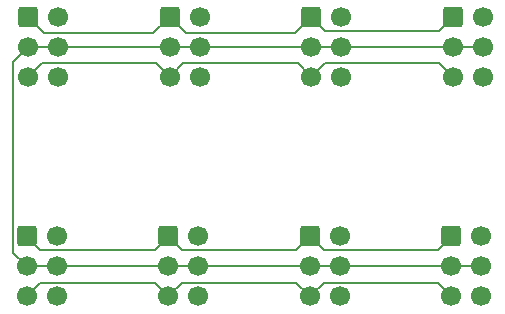
<source format=gbr>
%TF.GenerationSoftware,KiCad,Pcbnew,9.0.5*%
%TF.CreationDate,2025-12-27T20:09:45+11:00*%
%TF.ProjectId,power-expander,706f7765-722d-4657-9870-616e6465722e,rev?*%
%TF.SameCoordinates,Original*%
%TF.FileFunction,Copper,L2,Bot*%
%TF.FilePolarity,Positive*%
%FSLAX46Y46*%
G04 Gerber Fmt 4.6, Leading zero omitted, Abs format (unit mm)*
G04 Created by KiCad (PCBNEW 9.0.5) date 2025-12-27 20:09:45*
%MOMM*%
%LPD*%
G01*
G04 APERTURE LIST*
G04 Aperture macros list*
%AMRoundRect*
0 Rectangle with rounded corners*
0 $1 Rounding radius*
0 $2 $3 $4 $5 $6 $7 $8 $9 X,Y pos of 4 corners*
0 Add a 4 corners polygon primitive as box body*
4,1,4,$2,$3,$4,$5,$6,$7,$8,$9,$2,$3,0*
0 Add four circle primitives for the rounded corners*
1,1,$1+$1,$2,$3*
1,1,$1+$1,$4,$5*
1,1,$1+$1,$6,$7*
1,1,$1+$1,$8,$9*
0 Add four rect primitives between the rounded corners*
20,1,$1+$1,$2,$3,$4,$5,0*
20,1,$1+$1,$4,$5,$6,$7,0*
20,1,$1+$1,$6,$7,$8,$9,0*
20,1,$1+$1,$8,$9,$2,$3,0*%
G04 Aperture macros list end*
%TA.AperFunction,ComponentPad*%
%ADD10RoundRect,0.250000X-0.600000X-0.600000X0.600000X-0.600000X0.600000X0.600000X-0.600000X0.600000X0*%
%TD*%
%TA.AperFunction,ComponentPad*%
%ADD11C,1.700000*%
%TD*%
%TA.AperFunction,Conductor*%
%ADD12C,0.200000*%
%TD*%
G04 APERTURE END LIST*
D10*
%TO.P,J8,1,Pin_1*%
%TO.N,12V*%
X88415000Y-77000000D03*
D11*
%TO.P,J8,2,Pin_2*%
%TO.N,-12V*%
X90955000Y-77000000D03*
%TO.P,J8,3,Pin_3*%
%TO.N,GND*%
X88415000Y-79540000D03*
%TO.P,J8,4,Pin_4*%
X90955000Y-79540000D03*
%TO.P,J8,5,Pin_5*%
%TO.N,5V*%
X88415000Y-82080000D03*
%TO.P,J8,6,Pin_6*%
%TO.N,unconnected-(J8-Pin_6-Pad6)*%
X90955000Y-82080000D03*
%TD*%
D10*
%TO.P,J7,1,Pin_1*%
%TO.N,12V*%
X76430000Y-77000000D03*
D11*
%TO.P,J7,2,Pin_2*%
%TO.N,-12V*%
X78970000Y-77000000D03*
%TO.P,J7,3,Pin_3*%
%TO.N,GND*%
X76430000Y-79540000D03*
%TO.P,J7,4,Pin_4*%
X78970000Y-79540000D03*
%TO.P,J7,5,Pin_5*%
%TO.N,5V*%
X76430000Y-82080000D03*
%TO.P,J7,6,Pin_6*%
%TO.N,unconnected-(J7-Pin_6-Pad6)*%
X78970000Y-82080000D03*
%TD*%
D10*
%TO.P,J6,1,Pin_1*%
%TO.N,12V*%
X64445000Y-77000000D03*
D11*
%TO.P,J6,2,Pin_2*%
%TO.N,-12V*%
X66985000Y-77000000D03*
%TO.P,J6,3,Pin_3*%
%TO.N,GND*%
X64445000Y-79540000D03*
%TO.P,J6,4,Pin_4*%
X66985000Y-79540000D03*
%TO.P,J6,5,Pin_5*%
%TO.N,5V*%
X64445000Y-82080000D03*
%TO.P,J6,6,Pin_6*%
%TO.N,unconnected-(J6-Pin_6-Pad6)*%
X66985000Y-82080000D03*
%TD*%
D10*
%TO.P,J5,1,Pin_1*%
%TO.N,12V*%
X52460000Y-77000000D03*
D11*
%TO.P,J5,2,Pin_2*%
%TO.N,-12V*%
X55000000Y-77000000D03*
%TO.P,J5,3,Pin_3*%
%TO.N,GND*%
X52460000Y-79540000D03*
%TO.P,J5,4,Pin_4*%
X55000000Y-79540000D03*
%TO.P,J5,5,Pin_5*%
%TO.N,5V*%
X52460000Y-82080000D03*
%TO.P,J5,6,Pin_6*%
%TO.N,unconnected-(J5-Pin_6-Pad6)*%
X55000000Y-82080000D03*
%TD*%
D10*
%TO.P,J4,1,Pin_1*%
%TO.N,12V*%
X88520000Y-58420000D03*
D11*
%TO.P,J4,2,Pin_2*%
%TO.N,-12V*%
X91060000Y-58420000D03*
%TO.P,J4,3,Pin_3*%
%TO.N,GND*%
X88520000Y-60960000D03*
%TO.P,J4,4,Pin_4*%
X91060000Y-60960000D03*
%TO.P,J4,5,Pin_5*%
%TO.N,5V*%
X88520000Y-63500000D03*
%TO.P,J4,6,Pin_6*%
%TO.N,unconnected-(J4-Pin_6-Pad6)*%
X91060000Y-63500000D03*
%TD*%
D10*
%TO.P,J3,1,Pin_1*%
%TO.N,12V*%
X76535000Y-58420000D03*
D11*
%TO.P,J3,2,Pin_2*%
%TO.N,-12V*%
X79075000Y-58420000D03*
%TO.P,J3,3,Pin_3*%
%TO.N,GND*%
X76535000Y-60960000D03*
%TO.P,J3,4,Pin_4*%
X79075000Y-60960000D03*
%TO.P,J3,5,Pin_5*%
%TO.N,5V*%
X76535000Y-63500000D03*
%TO.P,J3,6,Pin_6*%
%TO.N,unconnected-(J3-Pin_6-Pad6)*%
X79075000Y-63500000D03*
%TD*%
D10*
%TO.P,J2,1,Pin_1*%
%TO.N,12V*%
X64550000Y-58420000D03*
D11*
%TO.P,J2,2,Pin_2*%
%TO.N,-12V*%
X67090000Y-58420000D03*
%TO.P,J2,3,Pin_3*%
%TO.N,GND*%
X64550000Y-60960000D03*
%TO.P,J2,4,Pin_4*%
X67090000Y-60960000D03*
%TO.P,J2,5,Pin_5*%
%TO.N,5V*%
X64550000Y-63500000D03*
%TO.P,J2,6,Pin_6*%
%TO.N,unconnected-(J2-Pin_6-Pad6)*%
X67090000Y-63500000D03*
%TD*%
D10*
%TO.P,J1,1,Pin_1*%
%TO.N,12V*%
X52565000Y-58420000D03*
D11*
%TO.P,J1,2,Pin_2*%
%TO.N,-12V*%
X55105000Y-58420000D03*
%TO.P,J1,3,Pin_3*%
%TO.N,GND*%
X52565000Y-60960000D03*
%TO.P,J1,4,Pin_4*%
X55105000Y-60960000D03*
%TO.P,J1,5,Pin_5*%
%TO.N,5V*%
X52565000Y-63500000D03*
%TO.P,J1,6,Pin_6*%
%TO.N,unconnected-(J1-Pin_6-Pad6)*%
X55105000Y-63500000D03*
%TD*%
D12*
%TO.N,12V*%
X64550000Y-58420000D02*
X63161000Y-59809000D01*
X63161000Y-59809000D02*
X53954000Y-59809000D01*
X53954000Y-59809000D02*
X52565000Y-58420000D01*
X76535000Y-58420000D02*
X75146000Y-59809000D01*
X75146000Y-59809000D02*
X65939000Y-59809000D01*
X65939000Y-59809000D02*
X64550000Y-58420000D01*
X88520000Y-58420000D02*
X87369000Y-59571000D01*
X87369000Y-59571000D02*
X77686000Y-59571000D01*
X77686000Y-59571000D02*
X76535000Y-58420000D01*
X76430000Y-77000000D02*
X77581000Y-78151000D01*
X77581000Y-78151000D02*
X87264000Y-78151000D01*
X87264000Y-78151000D02*
X88415000Y-77000000D01*
X64445000Y-77000000D02*
X65596000Y-78151000D01*
X65596000Y-78151000D02*
X75279000Y-78151000D01*
X75279000Y-78151000D02*
X76430000Y-77000000D01*
X52460000Y-77000000D02*
X53611000Y-78151000D01*
X53611000Y-78151000D02*
X63294000Y-78151000D01*
X63294000Y-78151000D02*
X64445000Y-77000000D01*
%TO.N,5V*%
X76535000Y-63500000D02*
X77686000Y-62349000D01*
X77686000Y-62349000D02*
X87369000Y-62349000D01*
X87369000Y-62349000D02*
X88520000Y-63500000D01*
X64550000Y-63500000D02*
X65701000Y-62349000D01*
X75384000Y-62349000D02*
X76535000Y-63500000D01*
X65701000Y-62349000D02*
X75384000Y-62349000D01*
X52565000Y-63500000D02*
X53716000Y-62349000D01*
X53716000Y-62349000D02*
X63399000Y-62349000D01*
X63399000Y-62349000D02*
X64550000Y-63500000D01*
X76430000Y-82080000D02*
X77581000Y-80929000D01*
X77581000Y-80929000D02*
X87264000Y-80929000D01*
X87264000Y-80929000D02*
X88415000Y-82080000D01*
X64445000Y-82080000D02*
X65596000Y-80929000D01*
X65596000Y-80929000D02*
X75279000Y-80929000D01*
X75279000Y-80929000D02*
X76430000Y-82080000D01*
X52460000Y-82080000D02*
X53611000Y-80929000D01*
X53611000Y-80929000D02*
X63294000Y-80929000D01*
X63294000Y-80929000D02*
X64445000Y-82080000D01*
%TO.N,GND*%
X52565000Y-60960000D02*
X51309000Y-62216000D01*
X51309000Y-62216000D02*
X51309000Y-78389000D01*
X51309000Y-78389000D02*
X52460000Y-79540000D01*
X91060000Y-60960000D02*
X52565000Y-60960000D01*
X52460000Y-79540000D02*
X90955000Y-79540000D01*
%TD*%
M02*

</source>
